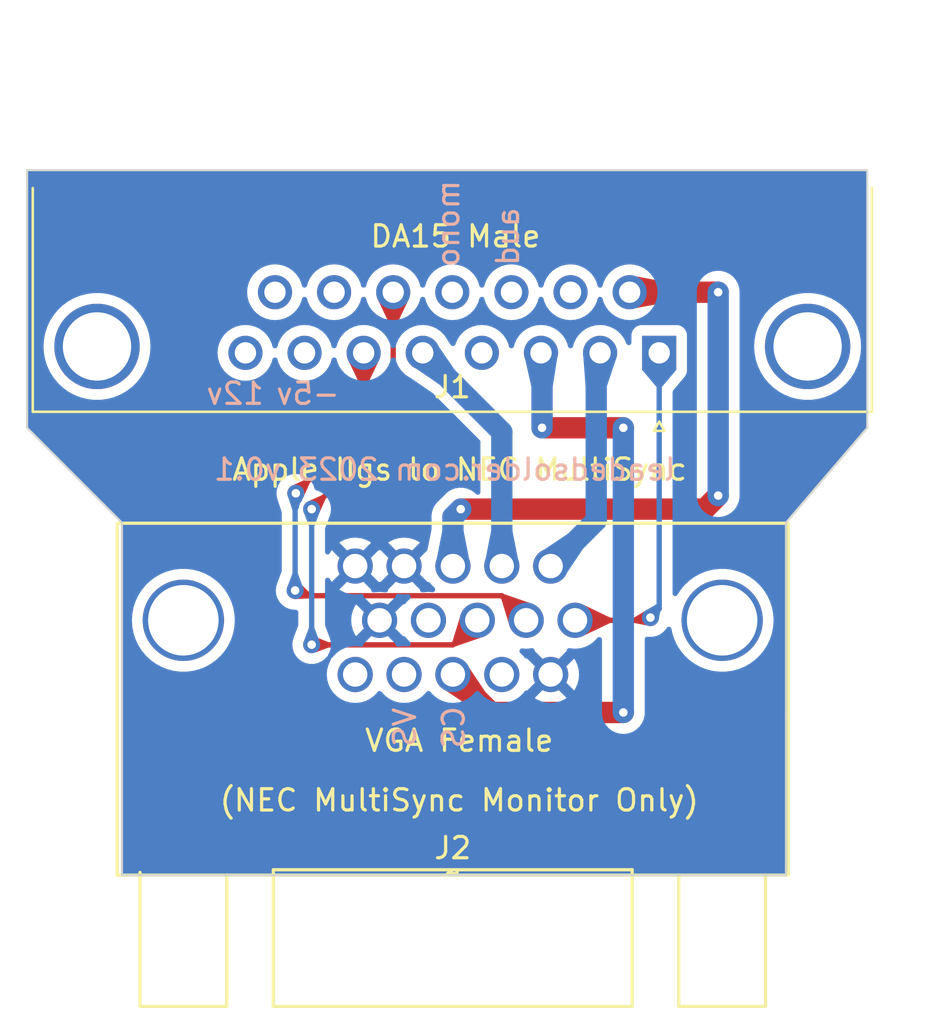
<source format=kicad_pcb>
(kicad_pcb (version 20221018) (generator pcbnew)
  (layers (0 "F.Cu" signal) (31 "B.Cu" signal) (34 "B.Paste" user) (35 "F.Paste" user) (36 "B.SilkS" user "B.Silkscreen") (37 "F.SilkS" user "F.Silkscreen") (38 "B.Mask" user) (39 "F.Mask" user) (44 "Edge.Cuts" user))
  (net 0 "")
  (net 1 "GND")
  (net 2 "/Red")
  (net 3 "/CSync")
  (net 5 "/Green")
  (net 8 "/Blue")
  (net 17 "/Red_GND")
  (net 19 "/Green_GND")
  (net 20 "/Blue_GND")
  (footprint "Connector_TE_AMP_HD15:FIXED-1-1734530-1" (layer "F.Cu") (at 115.196 91.948 180)
    (fp_text reference "J2" (at 0 1.143) (layer "F.SilkS"))
    (fp_text value "~" (at 0 0) (layer "F.SilkS"))
    (fp_line (start -15.7226 -0.127) (end 15.7226 -0.127) (stroke (width 0.1524)) (layer "F.SilkS"))
    (fp_line (start -15.7226 16.3576) (end -15.7226 -0.127) (stroke (width 0.1524)) (layer "F.SilkS"))
    (fp_line (start -14.6558 -6.2738) (end -14.6558 -0.127) (stroke (width 0.1524)) (layer "F.SilkS"))
    (fp_line (start -10.5918 -6.2738) (end -14.6558 -6.2738) (stroke (width 0.1524)) (layer "F.SilkS"))
    (fp_line (start -10.5918 -0.127) (end -10.5918 -6.2738) (stroke (width 0.1524)) (layer "F.SilkS"))
    (fp_line (start -8.4074 -6.2738) (end 8.4074 -6.2738) (stroke (width 0.1524)) (layer "F.SilkS"))
    (fp_line (start -8.4074 0.127) (end -8.4074 -6.2738) (stroke (width 0.1524)) (layer "F.SilkS"))
    (fp_line (start 8.4074 -6.2738) (end 8.4074 0.127) (stroke (width 0.1524)) (layer "F.SilkS"))
    (fp_line (start 8.4074 0.127) (end -8.4074 0.127) (stroke (width 0.1524)) (layer "F.SilkS"))
    (fp_line (start 10.5918 -6.2738) (end 10.5918 -0.127) (stroke (width 0.1524)) (layer "F.SilkS"))
    (fp_line (start 14.6558 -6.2738) (end 10.5918 -6.2738) (stroke (width 0.1524)) (layer "F.SilkS"))
    (fp_line (start 14.6558 0) (end 14.6558 -6.2738) (stroke (width 0.1524)) (layer "F.SilkS"))
    (fp_line (start 15.7226 -0.127) (end 15.7226 16.3576) (stroke (width 0.1524)) (layer "F.SilkS"))
    (fp_line (start 15.7226 16.3576) (end -15.7226 16.3576) (stroke (width 0.1524)) (layer "F.SilkS"))
    (pad "1" thru_hole circle (at -4.588256 14.351 180) (size 1.651 1.651) (drill 1.143) (layers "*.Cu" "*.Mask") (net 2 "/Red"))
    (pad "2" thru_hole circle (at -2.298192 14.351 180) (size 1.651 1.651) (drill 1.143) (layers "*.Cu" "*.Mask") (net 5 "/Green"))
    (pad "3" thru_hole circle (at -0.008128 14.351 180) (size 1.651 1.651) (drill 1.143) (layers "*.Cu" "*.Mask") (net 8 "/Blue"))
    (pad "4" thru_hole circle (at 2.281936 14.351 180) (size 1.651 1.651) (drill 1.143) (layers "*.Cu" "*.Mask") (net 1 "GND"))
    (pad "5" thru_hole circle (at 4.572 14.351 180) (size 1.651 1.651) (drill 1.143) (layers "*.Cu" "*.Mask") (net 1 "GND"))
    (pad "6" thru_hole circle (at -5.730999 11.811 180) (size 1.651 1.651) (drill 1.143) (layers "*.Cu" "*.Mask") (net 17 "/Red_GND"))
    (pad "7" thru_hole circle (at -3.440999 11.811 180) (size 1.651 1.651) (drill 1.143) (layers "*.Cu" "*.Mask") (net 19 "/Green_GND"))
    (pad "8" thru_hole circle (at -1.151001 11.811 180) (size 1.651 1.651) (drill 1.143) (layers "*.Cu" "*.Mask") (net 20 "/Blue_GND"))
    (pad "9" thru_hole circle (at 1.139 11.811 180) (size 1.651 1.651) (drill 1.143) (layers "*.Cu" "*.Mask"))
    (pad "10" thru_hole circle (at 3.429 11.811 180) (size 1.651 1.651) (drill 1.143) (layers "*.Cu" "*.Mask") (net 1 "GND"))
    (pad "11" thru_hole circle (at -4.587999 9.271 180) (size 1.651 1.651) (drill 1.143) (layers "*.Cu" "*.Mask") (net 1 "GND"))
    (pad "12" thru_hole circle (at -2.297999 9.271 180) (size 1.651 1.651) (drill 1.143) (layers "*.Cu" "*.Mask"))
    (pad "13" thru_hole circle (at -0.008001 9.271 180) (size 1.651 1.651) (drill 1.143) (layers "*.Cu" "*.Mask") (net 3 "/CSync"))
    (pad "14" thru_hole circle (at 2.282 9.271 180) (size 1.651 1.651) (drill 1.143) (layers "*.Cu" "*.Mask"))
    (pad "15" thru_hole circle (at 4.572 9.271 180) (size 1.651 1.651) (drill 1.143) (layers "*.Cu" "*.Mask"))
    (pad "16" thru_hole circle (at 12.6238 11.811 180) (size 3.81 3.81) (drill 3.302) (layers "*.Cu" "*.Mask"))
    (pad "17" thru_hole circle (at -12.6238 11.811 180) (size 3.81 3.81) (drill 3.302) (layers "*.Cu" "*.Mask"))
  )
  (footprint "Connector_Dsub:DSUB-15_Male_Horizontal_P2.77x2.84mm_EdgePinOffset4.94mm_Housed_MountingHolesOffset7.48mm" (layer "F.Cu") (at 124.871 67.61 180)
    (fp_text reference "J1" (at 9.695 -1.605) (layer "F.SilkS"))
    (fp_text value "DA15_Plug")
    (fp_line (start -9.965 -2.76) (end 29.355 -2.76) (stroke (width 0.12)) (layer "F.SilkS"))
    (fp_line (start -9.965 7.72) (end -9.965 -2.76) (stroke (width 0.12)) (layer "F.SilkS"))
    (fp_line (start -0.25 -3.654338) (end 0.25 -3.654338) (stroke (width 0.12)) (layer "F.SilkS"))
    (fp_line (start 0 -3.221325) (end -0.25 -3.654338) (stroke (width 0.12)) (layer "F.SilkS"))
    (fp_line (start 0.25 -3.654338) (end 0 -3.221325) (stroke (width 0.12)) (layer "F.SilkS"))
    (fp_line (start 29.355 -2.76) (end 29.355 7.72) (stroke (width 0.12)) (layer "F.SilkS"))
    (pad "0" thru_hole circle (at -6.955 0.3 180) (size 4 4) (drill 3.2) (layers "*.Cu" "*.Mask"))
    (pad "0" thru_hole circle (at 26.345 0.3 180) (size 4 4) (drill 3.2) (layers "*.Cu" "*.Mask"))
    (pad "1" thru_hole rect (at 0 0 180) (size 1.6 1.6) (drill 1) (layers "*.Cu" "*.Mask") (net 17 "/Red_GND"))
    (pad "2" thru_hole circle (at 2.77 0 180) (size 1.6 1.6) (drill 1) (layers "*.Cu" "*.Mask") (net 2 "/Red"))
    (pad "3" thru_hole circle (at 5.54 0 180) (size 1.6 1.6) (drill 1) (layers "*.Cu" "*.Mask") (net 3 "/CSync"))
    (pad "4" thru_hole circle (at 8.31 0 180) (size 1.6 1.6) (drill 1) (layers "*.Cu" "*.Mask"))
    (pad "5" thru_hole circle (at 11.08 0 180) (size 1.6 1.6) (drill 1) (layers "*.Cu" "*.Mask") (net 5 "/Green"))
    (pad "6" thru_hole circle (at 13.85 0 180) (size 1.6 1.6) (drill 1) (layers "*.Cu" "*.Mask") (net 19 "/Green_GND"))
    (pad "7" thru_hole circle (at 16.62 0 180) (size 1.6 1.6) (drill 1) (layers "*.Cu" "*.Mask"))
    (pad "8" thru_hole circle (at 19.39 0 180) (size 1.6 1.6) (drill 1) (layers "*.Cu" "*.Mask"))
    (pad "9" thru_hole circle (at 1.385 2.84 180) (size 1.6 1.6) (drill 1) (layers "*.Cu" "*.Mask") (net 8 "/Blue"))
    (pad "10" thru_hole circle (at 4.155 2.84 180) (size 1.6 1.6) (drill 1) (layers "*.Cu" "*.Mask"))
    (pad "11" thru_hole circle (at 6.925 2.84 180) (size 1.6 1.6) (drill 1) (layers "*.Cu" "*.Mask"))
    (pad "12" thru_hole circle (at 9.695 2.84 180) (size 1.6 1.6) (drill 1) (layers "*.Cu" "*.Mask"))
    (pad "13" thru_hole circle (at 12.465 2.84 180) (size 1.6 1.6) (drill 1) (layers "*.Cu" "*.Mask") (net 20 "/Blue_GND"))
    (pad "14" thru_hole circle (at 15.235 2.84 180) (size 1.6 1.6) (drill 1) (layers "*.Cu" "*.Mask"))
    (pad "15" thru_hole circle (at 18.005 2.84 180) (size 1.6 1.6) (drill 1) (layers "*.Cu" "*.Mask"))
  )
  (gr_line (start 134.62 59.055) (end 134.62 60.325) (stroke (width 0.1)) (layer "Edge.Cuts"))
  (gr_line (start 130.81 92.075) (end 130.81 84.455) (stroke (width 0.1)) (layer "Edge.Cuts"))
  (gr_line (start 130.81 92.075) (end 99.695 92.075) (stroke (width 0.1)) (layer "Edge.Cuts"))
  (gr_line (start 130.81 75.565) (end 130.81 84.455) (stroke (width 0.1)) (layer "Edge.Cuts"))
  (gr_line (start 134.62 60.325) (end 134.62 71.12) (stroke (width 0.1)) (layer "Edge.Cuts"))
  (gr_line (start 134.62 71.12) (end 130.81 75.565) (stroke (width 0.1)) (layer "Edge.Cuts"))
  (gr_line (start 131.445 59.055) (end 134.62 59.055) (stroke (width 0.1)) (layer "Edge.Cuts"))
  (gr_line (start 95.25 59.055) (end 131.445 59.055) (stroke (width 0.1)) (layer "Edge.Cuts"))
  (gr_line (start 99.695 75.565) (end 95.25 71.12) (stroke (width 0.1)) (layer "Edge.Cuts"))
  (gr_line (start 99.695 84.455) (end 99.695 75.565) (stroke (width 0.1)) (layer "Edge.Cuts"))
  (gr_line (start 99.695 92.075) (end 99.695 84.455) (stroke (width 0.1)) (layer "Edge.Cuts"))
  (gr_line (start 95.25 71.12) (end 95.25 59.055) (stroke (width 0.1)) (layer "Edge.Cuts"))
  (gr_text "mono" (at 115.57 59.436 90) (layer "B.SilkS") (effects (font (size 1 1)) (justify left bottom mirror)))
  (gr_text "12v" (at 106.426 70.104) (layer "B.SilkS") (effects (font (size 1 1)) (justify left bottom mirror)))
  (gr_text "leadedsolder.com 2023 v0.1" (at 125.73 73.66) (layer "B.SilkS") (effects (font (size 1 1)) (justify left bottom mirror)))
  (gr_text "-5v" (at 109.982 70.104) (layer "B.SilkS") (effects (font (size 1 1)) (justify left bottom mirror)))
  (gr_text "VS" (at 113.538 84.145428 90) (layer "B.SilkS") (effects (font (size 1 1)) (justify left bottom mirror)))
  (gr_text "CS" (at 115.824 84.074 90) (layer "B.SilkS") (effects (font (size 1 1)) (justify left bottom mirror)))
  (gr_text "aud" (at 118.364 60.706 90) (layer "B.SilkS") (effects (font (size 1 1)) (justify left bottom mirror)))
  (gr_text "DA15 Male" (at 111.252 62.738) (layer "F.SilkS") (effects (font (size 1 1)) (justify left bottom)))
  (gr_text "Apple IIgs to NEC MultiSync" (at 104.775 73.66) (layer "F.SilkS") (effects (font (size 1 1)) (justify left bottom)))
  (gr_text "(NEC MultiSync Monitor Only)" (at 104.188475 89.154) (layer "F.SilkS") (effects (font (size 1 1)) (justify left bottom)))
  (gr_text "VGA Female" (at 110.998 86.36) (layer "F.SilkS") (effects (font (size 1 1)) (justify left bottom)))
  (segment (start 121.92 75.461256) (end 121.92 67.791) (width 1) (layer "B.Cu") (net 2))
  (segment (start 121.92 67.791) (end 122.101 67.61) (width 1) (layer "B.Cu") (net 2))
  (segment (start 119.784256 77.597) (end 121.92 75.461256) (width 1) (layer "B.Cu") (net 2))
  (segment (start 115.204001 82.677) (end 116.982001 84.455) (width 1) (layer "F.Cu") (net 3))
  (segment (start 116.982001 84.455) (end 123.19 84.455) (width 1) (layer "F.Cu") (net 3))
  (segment (start 123.19 71.12) (end 119.38 71.12) (width 1) (layer "F.Cu") (net 3))
  (via (at 119.38 71.12) (size 0.8) (drill 0.4) (layers "F.Cu" "B.Cu") (net 3))
  (via (at 123.19 71.12) (size 0.8) (drill 0.4) (layers "F.Cu" "B.Cu") (net 3))
  (via (at 123.19 84.455) (size 0.8) (drill 0.4) (layers "F.Cu" "B.Cu") (net 3))
  (segment (start 119.38 71.12) (end 119.38 67.659) (width 1) (layer "B.Cu") (net 3))
  (segment (start 119.38 67.659) (end 119.331 67.61) (width 1) (layer "B.Cu") (net 3))
  (segment (start 123.19 84.455) (end 123.19 71.12) (width 1) (layer "B.Cu") (net 3))
  (segment (start 117.494192 71.313192) (end 113.791 67.61) (width 1) (layer "B.Cu") (net 5))
  (segment (start 117.494192 77.597) (end 117.494192 71.313192) (width 1) (layer "B.Cu") (net 5))
  (segment (start 127.635 64.77) (end 123.486 64.77) (width 1) (layer "F.Cu") (net 8))
  (segment (start 115.57 74.93) (end 127 74.93) (width 1) (layer "F.Cu") (net 8))
  (segment (start 127 74.93) (end 127.635 74.295) (width 1) (layer "F.Cu") (net 8))
  (via (at 127.635 74.295) (size 0.8) (drill 0.4) (layers "F.Cu" "B.Cu") (net 8))
  (via (at 115.57 74.93) (size 0.8) (drill 0.4) (layers "F.Cu" "B.Cu") (net 8))
  (via (at 127.635 64.77) (size 0.8) (drill 0.4) (layers "F.Cu" "B.Cu") (net 8))
  (segment (start 127.635 74.295) (end 127.635 64.77) (width 1) (layer "B.Cu") (net 8))
  (segment (start 115.204128 77.597) (end 115.204128 75.295872) (width 1) (layer "B.Cu") (net 8))
  (segment (start 115.204128 75.295872) (end 115.57 74.93) (width 1) (layer "B.Cu") (net 8))
  (segment (start 120.926999 80.137) (end 124.333 80.137) (width 0.25) (layer "F.Cu") (net 17))
  (segment (start 124.333 80.137) (end 124.46 80.01) (width 0.25) (layer "F.Cu") (net 17))
  (via (at 124.46 80.01) (size 0.8) (drill 0.4) (layers "F.Cu" "B.Cu") (net 17))
  (segment (start 124.46 80.01) (end 124.871 79.599) (width 0.25) (layer "B.Cu") (net 17))
  (segment (start 124.871 79.599) (end 124.871 67.61) (width 0.25) (layer "B.Cu") (net 17))
  (segment (start 108.0565 78.9865) (end 107.81 78.74) (width 0.25) (layer "F.Cu") (net 19))
  (segment (start 117.486499 78.9865) (end 108.0565 78.9865) (width 0.25) (layer "F.Cu") (net 19))
  (segment (start 118.636999 80.137) (end 117.486499 78.9865) (width 0.25) (layer "F.Cu") (net 19))
  (segment (start 111.021 67.61) (end 111.021 71.009072) (width 0.25) (layer "F.Cu") (net 19))
  (segment (start 111.021 71.009072) (end 107.842536 74.187536) (width 0.25) (layer "F.Cu") (net 19))
  (via (at 107.842536 74.187536) (size 0.8) (drill 0.4) (layers "F.Cu" "B.Cu") (net 19))
  (via (at 107.81 78.74) (size 0.8) (drill 0.4) (layers "F.Cu" "B.Cu") (net 19))
  (segment (start 107.81 74.435) (end 107.95 74.295) (width 0.25) (layer "B.Cu") (net 19))
  (segment (start 107.81 78.74) (end 107.81 74.435) (width 0.25) (layer "B.Cu") (net 19))
  (segment (start 107.95 74.295) (end 107.842536 74.187536) (width 0.25) (layer "B.Cu") (net 19))
  (segment (start 112.395 70.485) (end 112.406 70.474) (width 0.25) (layer "F.Cu") (net 20))
  (segment (start 116.347001 80.137) (end 115.196501 81.2875) (width 0.25) (layer "F.Cu") (net 20))
  (segment (start 108.585 74.93) (end 112.395 71.12) (width 0.25) (layer "F.Cu") (net 20))
  (segment (start 112.406 70.474) (end 112.406 64.77) (width 0.25) (layer "F.Cu") (net 20))
  (segment (start 108.5925 81.2875) (end 108.585 81.28) (width 0.25) (layer "F.Cu") (net 20))
  (segment (start 115.196501 81.2875) (end 108.5925 81.2875) (width 0.25) (layer "F.Cu") (net 20))
  (segment (start 112.395 71.12) (end 112.395 70.485) (width 0.25) (layer "F.Cu") (net 20))
  (via (at 108.585 81.28) (size 0.8) (drill 0.4) (layers "F.Cu" "B.Cu") (net 20))
  (via (at 108.585 74.93) (size 0.8) (drill 0.4) (layers "F.Cu" "B.Cu") (net 20))
  (segment (start 108.585 81.28) (end 108.585 74.93) (width 0.25) (layer "B.Cu") (net 20))
  (zone (net 1) (net_name "GND") (layer "B.Cu") (connect_pads (clearance 0.5)) (min_thickness 0.25) (fill yes (thermal_gap 0.5) (thermal_bridge_width 0.5))
    (polygon (pts (xy 137.795 58.42) (xy 137.795 99.06) (xy 93.98 99.06) (xy 93.98 58.42)))
  )
)
</source>
